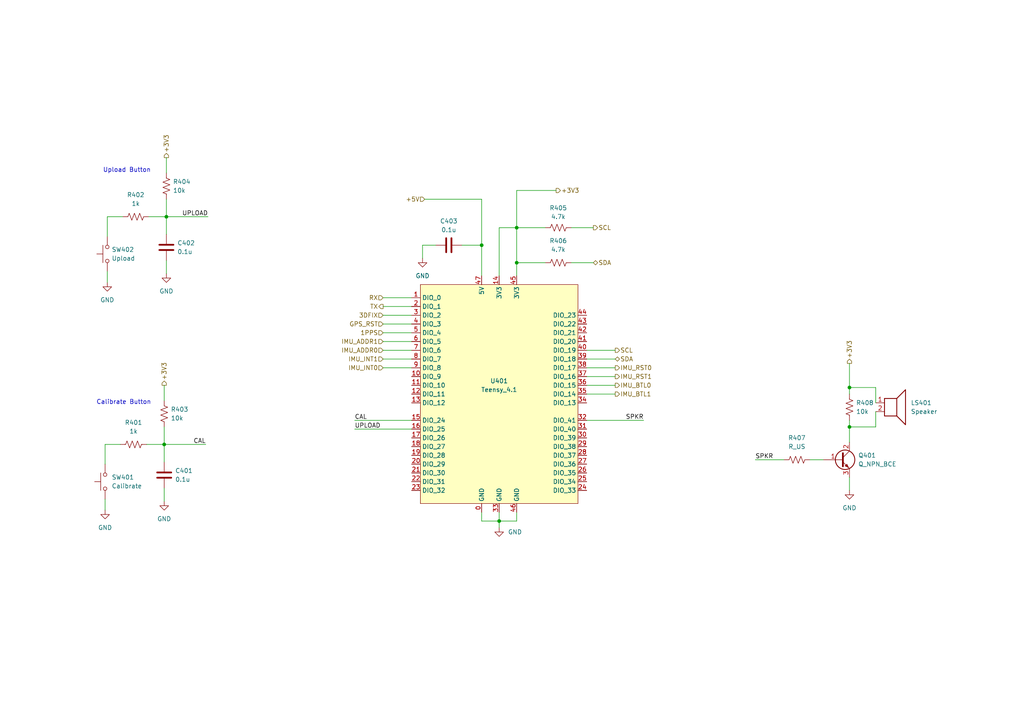
<source format=kicad_sch>
(kicad_sch (version 20211123) (generator eeschema)
  (paper "A4")
  (lib_symbols
    (symbol "Device:C" (pin_numbers hide) (pin_names (offset 0.254))
      (property "Reference" "C" (at 0.635 2.54 0))
      (property "Value" "C" (at 0.635 -2.54 0))
      (symbol "C_0_1"
        (polyline (pts (xy -2.032 -0.762) (xy 2.032 -0.762)) (stroke (width 0.508)))
        (polyline (pts (xy -2.032 0.762) (xy 2.032 0.762)) (stroke (width 0.508)))
      )
      (symbol "C_1_1"
        (pin passive line (at 0 3.81 270) (length 2.794) (name "~") (number "1"))
        (pin passive line (at 0 -3.81 90) (length 2.794) (name "~") (number "2"))
      )
    )
    (symbol "Device:Q_NPN_BCE" (pin_names (offset 0) hide)
      (property "Reference" "Q" (at 5.08 1.27 0))
      (property "Value" "Q_NPN_BCE" (at 5.08 -1.27 0))
      (symbol "Q_NPN_BCE_0_1"
        (polyline (pts (xy 0.635 0.635) (xy 2.54 2.54)))
        (polyline (pts (xy 0.635 -0.635) (xy 2.54 -2.54) (xy 2.54 -2.54)))
        (polyline (pts (xy 0.635 1.905) (xy 0.635 -1.905) (xy 0.635 -1.905)) (stroke (width 0.508)))
        (polyline (pts (xy 1.27 -1.778) (xy 1.778 -1.27) (xy 2.286 -2.286) (xy 1.27 -1.778) (xy 1.27 -1.778)) (fill (type outline)))
        (circle (center 1.27 0) (radius 2.8194) (stroke (width 0.254)))
      )
      (symbol "Q_NPN_BCE_1_1"
        (pin input line (at -5.08 0 0) (length 5.715) (name "B") (number "1"))
        (pin passive line (at 2.54 5.08 270) (length 2.54) (name "C") (number "2"))
        (pin passive line (at 2.54 -5.08 90) (length 2.54) (name "E") (number "3"))
      )
    )
    (symbol "Device:R_US" (pin_numbers hide) (pin_names (offset 0))
      (property "Reference" "R" (at 2.54 0 90))
      (property "Value" "R_US" (at -2.54 0 90))
      (symbol "R_US_0_1"
        (polyline (pts (xy 0 -2.286) (xy 0 -2.54)))
        (polyline (pts (xy 0 2.286) (xy 0 2.54)))
        (polyline (pts (xy 0 -0.762) (xy 1.016 -1.143) (xy 0 -1.524) (xy -1.016 -1.905) (xy 0 -2.286)))
        (polyline (pts (xy 0 0.762) (xy 1.016 0.381) (xy 0 0) (xy -1.016 -0.381) (xy 0 -0.762)))
        (polyline (pts (xy 0 2.286) (xy 1.016 1.905) (xy 0 1.524) (xy -1.016 1.143) (xy 0 0.762)))
      )
      (symbol "R_US_1_1"
        (pin passive line (at 0 3.81 270) (length 1.27) (name "~") (number "1"))
        (pin passive line (at 0 -3.81 90) (length 1.27) (name "~") (number "2"))
      )
    )
    (symbol "Device:Speaker" (pin_names (offset 0) hide)
      (property "Reference" "LS" (at 1.27 5.715 0))
      (property "Value" "Speaker" (at 1.27 3.81 0))
      (symbol "Speaker_0_0"
        (rectangle (start -2.54 1.27) (end 1.016 -3.81) (stroke (width 0.254)))
        (polyline (pts (xy 1.016 1.27) (xy 3.556 3.81) (xy 3.556 -6.35) (xy 1.016 -3.81)) (stroke (width 0.254)))
      )
      (symbol "Speaker_1_1"
        (pin input line (at -5.08 0 0) (length 2.54) (name "1") (number "1"))
        (pin input line (at -5.08 -2.54 0) (length 2.54) (name "2") (number "2"))
      )
    )
    (symbol "GAINS_PCB_SYMBOLS:Teensy_4.1"
      (property "Reference" "U" (at -5.08 0 0))
      (property "Value" "Teensy_4.1" (at -5.08 -2.54 0))
      (symbol "Teensy_4.1_0_1"
        (rectangle (start -22.86 30.48) (end 22.86 -33.02) (fill (type background)))
      )
      (symbol "Teensy_4.1_1_1"
        (pin passive line (at -5.08 -35.56 90) (length 2.54) (name "GND") (number "0"))
        (pin bidirectional line (at -25.4 26.67 0) (length 2.54) (name "DIO_0") (number "1"))
        (pin bidirectional line (at -25.4 3.81 0) (length 2.54) (name "DIO_9") (number "10"))
        (pin bidirectional line (at -25.4 1.27 0) (length 2.54) (name "DIO_10") (number "11"))
        (pin bidirectional line (at -25.4 -1.27 0) (length 2.54) (name "DIO_11") (number "12"))
        (pin bidirectional line (at -25.4 -3.81 0) (length 2.54) (name "DIO_12") (number "13"))
        (pin power_out line (at 0 33.02 270) (length 2.54) (name "3V3") (number "14"))
        (pin bidirectional line (at -25.4 -8.89 0) (length 2.54) (name "DIO_24") (number "15"))
        (pin bidirectional line (at -25.4 -11.43 0) (length 2.54) (name "DIO_25") (number "16"))
        (pin bidirectional line (at -25.4 -13.97 0) (length 2.54) (name "DIO_26") (number "17"))
        (pin bidirectional line (at -25.4 -16.51 0) (length 2.54) (name "DIO_27") (number "18"))
        (pin bidirectional line (at -25.4 -19.05 0) (length 2.54) (name "DIO_28") (number "19"))
        (pin bidirectional line (at -25.4 24.13 0) (length 2.54) (name "DIO_1") (number "2"))
        (pin bidirectional line (at -25.4 -21.59 0) (length 2.54) (name "DIO_29") (number "20"))
        (pin bidirectional line (at -25.4 -24.13 0) (length 2.54) (name "DIO_30") (number "21"))
        (pin bidirectional line (at -25.4 -26.67 0) (length 2.54) (name "DIO_31") (number "22"))
        (pin bidirectional line (at -25.4 -29.21 0) (length 2.54) (name "DIO_32") (number "23"))
        (pin bidirectional line (at 25.4 -29.21 180) (length 2.54) (name "DIO_33") (number "24"))
        (pin bidirectional line (at 25.4 -26.67 180) (length 2.54) (name "DIO_34") (number "25"))
        (pin bidirectional line (at 25.4 -24.13 180) (length 2.54) (name "DIO_35") (number "26"))
        (pin bidirectional line (at 25.4 -21.59 180) (length 2.54) (name "DIO_36") (number "27"))
        (pin bidirectional line (at 25.4 -19.05 180) (length 2.54) (name "DIO_37") (number "28"))
        (pin bidirectional line (at 25.4 -16.51 180) (length 2.54) (name "DIO_38") (number "29"))
        (pin bidirectional line (at -25.4 21.59 0) (length 2.54) (name "DIO_2") (number "3"))
        (pin bidirectional line (at 25.4 -13.97 180) (length 2.54) (name "DIO_39") (number "30"))
        (pin bidirectional line (at 25.4 -11.43 180) (length 2.54) (name "DIO_40") (number "31"))
        (pin bidirectional line (at 25.4 -8.89 180) (length 2.54) (name "DIO_41") (number "32"))
        (pin passive line (at 0 -35.56 90) (length 2.54) (name "GND") (number "33"))
        (pin bidirectional line (at 25.4 -3.81 180) (length 2.54) (name "DIO_13") (number "34"))
        (pin bidirectional line (at 25.4 -1.27 180) (length 2.54) (name "DIO_14") (number "35"))
        (pin bidirectional line (at 25.4 1.27 180) (length 2.54) (name "DIO_15") (number "36"))
        (pin bidirectional line (at 25.4 3.81 180) (length 2.54) (name "DIO_16") (number "37"))
        (pin bidirectional line (at 25.4 6.35 180) (length 2.54) (name "DIO_17") (number "38"))
        (pin bidirectional line (at 25.4 8.89 180) (length 2.54) (name "DIO_18") (number "39"))
        (pin bidirectional line (at -25.4 19.05 0) (length 2.54) (name "DIO_3") (number "4"))
        (pin bidirectional line (at 25.4 11.43 180) (length 2.54) (name "DIO_19") (number "40"))
        (pin bidirectional line (at 25.4 13.97 180) (length 2.54) (name "DIO_20") (number "41"))
        (pin bidirectional line (at 25.4 16.51 180) (length 2.54) (name "DIO_21") (number "42"))
        (pin bidirectional line (at 25.4 19.05 180) (length 2.54) (name "DIO_22") (number "43"))
        (pin bidirectional line (at 25.4 21.59 180) (length 2.54) (name "DIO_23") (number "44"))
        (pin power_out line (at 5.08 33.02 270) (length 2.54) (name "3V3") (number "45"))
        (pin passive line (at 5.08 -35.56 90) (length 2.54) (name "GND") (number "46"))
        (pin power_in line (at -5.08 33.02 270) (length 2.54) (name "5V") (number "47"))
        (pin bidirectional line (at -25.4 16.51 0) (length 2.54) (name "DIO_4") (number "5"))
        (pin bidirectional line (at -25.4 13.97 0) (length 2.54) (name "DIO_5") (number "6"))
        (pin bidirectional line (at -25.4 11.43 0) (length 2.54) (name "DIO_6") (number "7"))
        (pin bidirectional line (at -25.4 8.89 0) (length 2.54) (name "DIO_7") (number "8"))
        (pin bidirectional line (at -25.4 6.35 0) (length 2.54) (name "DIO_8") (number "9"))
      )
    )
    (symbol "Switch:SW_Push" (pin_numbers hide) (pin_names (offset 1.016) hide)
      (property "Reference" "SW" (at 1.27 2.54 0))
      (property "Value" "SW_Push" (at 0 -1.524 0))
      (symbol "SW_Push_0_1"
        (circle (center -2.032 0) (radius 0.508))
        (polyline (pts (xy 0 1.27) (xy 0 3.048)))
        (polyline (pts (xy 2.54 1.27) (xy -2.54 1.27)))
        (circle (center 2.032 0) (radius 0.508))
        (pin passive line (at -5.08 0 0) (length 2.54) (name "1") (number "1"))
        (pin passive line (at 5.08 0 180) (length 2.54) (name "2") (number "2"))
      )
    )
    (symbol "power:GND" (power) (pin_names (offset 0))
      (property "Value" "GND" (at 0 -3.81 0))
      (symbol "GND_0_1"
        (polyline (pts (xy 0 0) (xy 0 -1.27) (xy 1.27 -1.27) (xy 0 -2.54) (xy -1.27 -1.27) (xy 0 -1.27)))
      )
      (symbol "GND_1_1"
        (pin power_in line (at 0 0 270) (length 0) hide (name "GND") (number "1"))
      )
    )
  )
  (junction (at 149.86 66.04))
  (junction (at 47.625 128.905))
  (junction (at 149.86 76.2))
  (junction (at 139.7 71.12))
  (junction (at 48.26 62.865))
  (junction (at 246.38 112.395))
  (junction (at 246.38 123.825))
  (junction (at 144.78 151.13))
  (wire (pts (xy 144.78 66.04) (xy 149.86 66.04)))
  (wire (pts (xy 111.125 106.68) (xy 119.38 106.68)))
  (wire (pts (xy 31.115 78.74) (xy 31.115 81.915)))
  (wire (pts (xy 161.29 55.245) (xy 149.86 55.245)))
  (wire (pts (xy 111.125 96.52) (xy 119.38 96.52)))
  (wire (pts (xy 219.075 133.35) (xy 227.33 133.35)))
  (wire (pts (xy 254 123.825) (xy 254 119.38)))
  (wire (pts (xy 170.18 114.3) (xy 178.435 114.3)))
  (wire (pts (xy 170.18 111.76) (xy 178.435 111.76)))
  (wire (pts (xy 149.86 151.13) (xy 144.78 151.13)))
  (wire (pts (xy 47.625 128.905) (xy 47.625 133.985)))
  (wire (pts (xy 48.26 62.865) (xy 60.325 62.865)))
  (wire (pts (xy 111.125 93.98) (xy 119.38 93.98)))
  (wire (pts (xy 47.625 111.76) (xy 47.625 116.205)))
  (wire (pts (xy 133.985 71.12) (xy 139.7 71.12)))
  (wire (pts (xy 111.125 101.6) (xy 119.38 101.6)))
  (wire (pts (xy 31.115 62.865) (xy 35.56 62.865)))
  (wire (pts (xy 47.625 128.905) (xy 59.69 128.905)))
  (wire (pts (xy 170.18 101.6) (xy 178.435 101.6)))
  (wire (pts (xy 139.7 57.785) (xy 139.7 71.12)))
  (wire (pts (xy 144.78 80.01) (xy 144.78 66.04)))
  (wire (pts (xy 123.19 57.785) (xy 139.7 57.785)))
  (wire (pts (xy 246.38 123.825) (xy 246.38 128.27)))
  (wire (pts (xy 170.18 104.14) (xy 178.435 104.14)))
  (wire (pts (xy 149.86 66.04) (xy 158.115 66.04)))
  (wire (pts (xy 149.86 76.2) (xy 149.86 80.01)))
  (wire (pts (xy 111.125 104.14) (xy 119.38 104.14)))
  (wire (pts (xy 149.86 66.04) (xy 149.86 76.2)))
  (wire (pts (xy 48.26 62.865) (xy 48.26 67.945)))
  (wire (pts (xy 30.48 128.905) (xy 34.925 128.905)))
  (wire (pts (xy 246.38 138.43) (xy 246.38 142.24)))
  (wire (pts (xy 139.7 148.59) (xy 139.7 151.13)))
  (wire (pts (xy 47.625 123.825) (xy 47.625 128.905)))
  (wire (pts (xy 30.48 134.62) (xy 30.48 128.905)))
  (wire (pts (xy 111.125 99.06) (xy 119.38 99.06)))
  (wire (pts (xy 126.365 71.12) (xy 122.555 71.12)))
  (wire (pts (xy 144.78 151.13) (xy 144.78 153.035)))
  (wire (pts (xy 144.78 148.59) (xy 144.78 151.13)))
  (wire (pts (xy 158.115 76.2) (xy 149.86 76.2)))
  (wire (pts (xy 246.38 121.92) (xy 246.38 123.825)))
  (wire (pts (xy 139.7 71.12) (xy 139.7 80.01)))
  (wire (pts (xy 102.87 121.92) (xy 119.38 121.92)))
  (wire (pts (xy 149.86 55.245) (xy 149.86 66.04)))
  (wire (pts (xy 165.735 76.2) (xy 172.085 76.2)))
  (wire (pts (xy 47.625 141.605) (xy 47.625 145.415)))
  (wire (pts (xy 149.86 148.59) (xy 149.86 151.13)))
  (wire (pts (xy 254 116.84) (xy 254 112.395)))
  (wire (pts (xy 254 112.395) (xy 246.38 112.395)))
  (wire (pts (xy 48.26 45.72) (xy 48.26 50.165)))
  (wire (pts (xy 48.26 57.785) (xy 48.26 62.865)))
  (wire (pts (xy 139.7 151.13) (xy 144.78 151.13)))
  (wire (pts (xy 111.125 91.44) (xy 119.38 91.44)))
  (wire (pts (xy 30.48 144.78) (xy 30.48 147.955)))
  (wire (pts (xy 246.38 123.825) (xy 254 123.825)))
  (wire (pts (xy 43.18 62.865) (xy 48.26 62.865)))
  (wire (pts (xy 122.555 71.12) (xy 122.555 74.93)))
  (wire (pts (xy 234.95 133.35) (xy 238.76 133.35)))
  (wire (pts (xy 170.18 121.92) (xy 186.69 121.92)))
  (wire (pts (xy 170.18 109.22) (xy 178.435 109.22)))
  (wire (pts (xy 102.87 124.46) (xy 119.38 124.46)))
  (wire (pts (xy 48.26 75.565) (xy 48.26 79.375)))
  (wire (pts (xy 31.115 68.58) (xy 31.115 62.865)))
  (wire (pts (xy 170.18 106.68) (xy 178.435 106.68)))
  (wire (pts (xy 111.125 88.9) (xy 119.38 88.9)))
  (wire (pts (xy 111.125 86.36) (xy 119.38 86.36)))
  (wire (pts (xy 165.735 66.04) (xy 172.085 66.04)))
  (wire (pts (xy 246.38 105.41) (xy 246.38 112.395)))
  (wire (pts (xy 246.38 112.395) (xy 246.38 114.3)))
  (wire (pts (xy 42.545 128.905) (xy 47.625 128.905)))
  (text "Calibrate Button" (at 27.94 117.475 0) (effects (font (size 1.27 1.27)) (justify left bottom)))
  (text "Upload Button" (at 29.845 50.165 0) (effects (font (size 1.27 1.27)) (justify left bottom)))
  (label "SPKR" (at 219.075 133.35 0))
  (label "CAL" (at 59.69 128.905 180))
  (label "CAL" (at 102.87 121.92 0))
  (label "SPKR" (at 186.69 121.92 180))
  (label "UPLOAD" (at 60.325 62.865 180))
  (label "UPLOAD" (at 102.87 124.46 0))
  (hierarchical_label "+3V3" (shape output) (at 246.38 105.41 90))
  (hierarchical_label "TX" (shape output) (at 111.125 88.9 180))
  (hierarchical_label "SCL" (shape output) (at 178.435 101.6 0))
  (hierarchical_label "IMU_RST0" (shape output) (at 178.435 106.68 0))
  (hierarchical_label "IMU_BTL0" (shape output) (at 178.435 111.76 0))
  (hierarchical_label "IMU_RST1" (shape output) (at 178.435 109.22 0))
  (hierarchical_label "+5V" (shape input) (at 123.19 57.785 180))
  (hierarchical_label "RX" (shape input) (at 111.125 86.36 180))
  (hierarchical_label "IMU_ADDR1" (shape input) (at 111.125 99.06 180))
  (hierarchical_label "IMU_BTL1" (shape output) (at 178.435 114.3 0))
  (hierarchical_label "SDA" (shape bidirectional) (at 178.435 104.14 0))
  (hierarchical_label "3DFIX" (shape input) (at 111.125 91.44 180))
  (hierarchical_label "IMU_ADDR0" (shape input) (at 111.125 101.6 180))
  (hierarchical_label "+3V3" (shape output) (at 161.29 55.245 0))
  (hierarchical_label "IMU_INT0" (shape input) (at 111.125 106.68 180))
  (hierarchical_label "+3V3" (shape output) (at 47.625 111.76 90))
  (hierarchical_label "GPS_RST" (shape input) (at 111.125 93.98 180))
  (hierarchical_label "SCL" (shape output) (at 172.085 66.04 0))
  (hierarchical_label "+3V3" (shape output) (at 48.26 45.72 90))
  (hierarchical_label "1PPS" (shape input) (at 111.125 96.52 180))
  (hierarchical_label "IMU_INT1" (shape input) (at 111.125 104.14 180))
  (hierarchical_label "SDA" (shape bidirectional) (at 172.085 76.2 0))
  (symbol (lib_id "Device:C") (at 47.625 137.795 0) (unit 1)
    (property "Reference" "C401" (at 50.8 136.5249 0) (effects (justify left)))
    (property "Value" "0.1u" (at 50.8 139.0649 0) (effects (justify left)))
  )
  (symbol (lib_id "Switch:SW_Push") (at 30.48 139.7 90) (unit 1)
    (property "Reference" "SW401" (at 32.385 138.4299 90) (effects (justify right)))
    (property "Value" "Calibrate" (at 32.385 140.9699 90) (effects (justify right)))
  )
  (symbol (lib_id "Device:R_US") (at 231.14 133.35 90) (unit 1)
    (property "Reference" "R407" (at 231.14 127 90))
    (property "Value" "R_US" (at 231.14 129.54 90))
  )
  (symbol (lib_id "Device:R_US") (at 47.625 120.015 0) (unit 1)
    (property "Reference" "R403" (at 49.53 118.7449 0) (effects (justify left)))
    (property "Value" "10k" (at 49.53 121.2849 0) (effects (justify left)))
  )
  (symbol (lib_id "Switch:SW_Push") (at 31.115 73.66 90) (unit 1)
    (property "Reference" "SW402" (at 32.385 72.3899 90) (effects (justify right)))
    (property "Value" "Upload" (at 32.385 74.9299 90) (effects (justify right)))
  )
  (symbol (lib_id "power:GND") (at 47.625 145.415 0) (unit 1)
    (property "Reference" "#PWR0403" (effects hide))
    (property "Value" "GND" (at 47.625 150.495 0))
  )
  (symbol (lib_id "Device:C") (at 48.26 71.755 0) (unit 1)
    (property "Reference" "C402" (at 51.435 70.4849 0) (effects (justify left)))
    (property "Value" "0.1u" (at 51.435 73.0249 0) (effects (justify left)))
  )
  (symbol (lib_id "Device:R_US") (at 246.38 118.11 0) (unit 1)
    (property "Reference" "R408" (at 248.285 116.8399 0) (effects (justify left)))
    (property "Value" "10k" (at 248.285 119.3799 0) (effects (justify left)))
  )
  (symbol (lib_id "Device:R_US") (at 38.735 128.905 90) (unit 1)
    (property "Reference" "R401" (at 38.735 122.555 90))
    (property "Value" "1k" (at 38.735 125.095 90))
  )
  (symbol (lib_id "Device:R_US") (at 161.925 76.2 90) (unit 1)
    (property "Reference" "R406" (at 161.925 69.85 90))
    (property "Value" "4.7k" (at 161.925 72.39 90))
  )
  (symbol (lib_id "power:GND") (at 30.48 147.955 0) (unit 1)
    (property "Reference" "#PWR0401" (effects hide))
    (property "Value" "GND" (at 30.48 153.035 0))
  )
  (symbol (lib_id "Device:R_US") (at 39.37 62.865 90) (unit 1)
    (property "Reference" "R402" (at 39.37 56.515 90))
    (property "Value" "1k" (at 39.37 59.055 90))
  )
  (symbol (lib_id "Device:R_US") (at 48.26 53.975 0) (unit 1)
    (property "Reference" "R404" (at 50.165 52.7049 0) (effects (justify left)))
    (property "Value" "10k" (at 50.165 55.2449 0) (effects (justify left)))
  )
  (symbol (lib_id "power:GND") (at 48.26 79.375 0) (unit 1)
    (property "Reference" "#PWR0404" (effects hide))
    (property "Value" "GND" (at 48.26 84.455 0))
  )
  (symbol (lib_id "Device:C") (at 130.175 71.12 90) (unit 1)
    (property "Reference" "C403" (at 130.175 64.135 90))
    (property "Value" "0.1u" (at 130.175 66.675 90))
  )
  (symbol (lib_id "Device:Speaker") (at 259.08 116.84 0) (unit 1)
    (property "Reference" "LS401" (at 264.16 116.8399 0) (effects (justify left)))
    (property "Value" "Speaker" (at 264.16 119.3799 0) (effects (justify left)))
  )
  (symbol (lib_id "power:GND") (at 246.38 142.24 0) (unit 1)
    (property "Reference" "#PWR0407" (effects hide))
    (property "Value" "GND" (at 246.38 147.32 0))
  )
  (symbol (lib_id "Device:R_US") (at 161.925 66.04 90) (unit 1)
    (property "Reference" "R405" (at 161.925 60.325 90))
    (property "Value" "4.7k" (at 161.925 62.865 90))
  )
  (symbol (lib_id "Device:Q_NPN_BCE") (at 243.84 133.35 0) (unit 1)
    (property "Reference" "Q401" (at 248.92 132.0799 0) (effects (justify left)))
    (property "Value" "Q_NPN_BCE" (at 248.92 134.6199 0) (effects (justify left)))
  )
  (symbol (lib_id "power:GND") (at 31.115 81.915 0) (unit 1)
    (property "Reference" "#PWR0402" (effects hide))
    (property "Value" "GND" (at 31.115 86.995 0))
  )
  (symbol (lib_id "power:GND") (at 122.555 74.93 0) (unit 1)
    (property "Reference" "#PWR0405" (effects hide))
    (property "Value" "GND" (at 122.555 80.01 0))
  )
  (symbol (lib_id "GAINS_PCB_SYMBOLS:Teensy_4.1") (at 144.78 113.03 0) (unit 1)
    (property "Reference" "U401" (at 144.78 110.49 0))
    (property "Value" "Teensy_4.1" (at 144.78 113.03 0))
  )
  (symbol (lib_id "power:GND") (at 144.78 153.035 0) (unit 1)
    (property "Reference" "#PWR0406" (effects hide))
    (property "Value" "GND" (at 147.32 154.3049 0) (effects (justify left)))
  )
)
</source>
